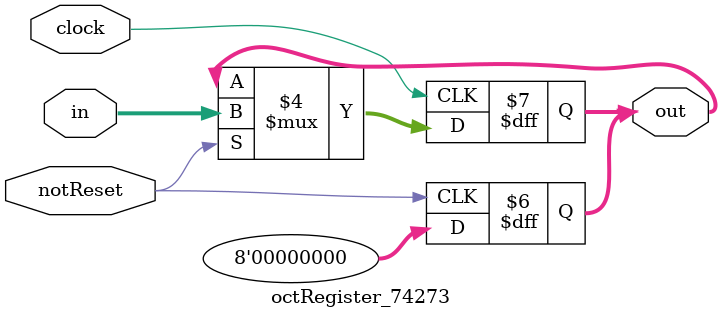
<source format=v>
`ifndef OCT_REGISTER_74273_INCLUDED
`define OCT_REGISTER_74273_INCLUDED

module octRegister_74273(clock, notReset, in, out);
	input clock, notReset;
	input [7:0] in;
	output [7:0] out;
	reg [7:0] out;

	always @ (posedge clock) begin
		#(15+30)
		if(notReset) begin
			out = in;
		end
	end
	
	always @ (negedge notReset) begin
		#(15+30) out = 0;
	end
	
	

endmodule

`endif

</source>
